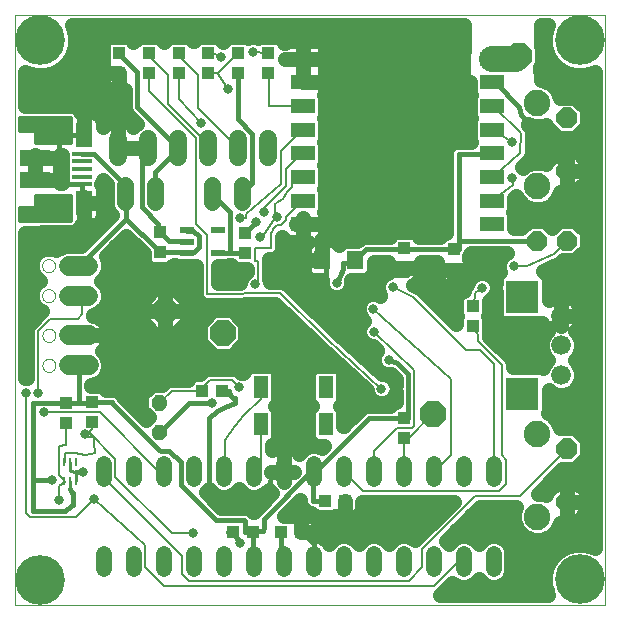
<source format=gbl>
G75*
%MOIN*%
%OFA0B0*%
%FSLAX24Y24*%
%IPPOS*%
%LPD*%
%AMOC8*
5,1,8,0,0,1.08239X$1,22.5*
%
%ADD10C,0.0000*%
%ADD11R,0.0551X0.0630*%
%ADD12R,0.0394X0.0433*%
%ADD13R,0.0433X0.0394*%
%ADD14R,0.0787X0.0512*%
%ADD15OC8,0.0850*%
%ADD16R,0.0472X0.0217*%
%ADD17C,0.0520*%
%ADD18R,0.0512X0.0748*%
%ADD19R,0.0112X0.0276*%
%ADD20R,0.0673X0.0157*%
%ADD21R,0.0575X0.0787*%
%ADD22R,0.0984X0.0541*%
%ADD23C,0.0160*%
%ADD24C,0.0560*%
%ADD25C,0.0104*%
%ADD26OC8,0.0660*%
%ADD27OC8,0.0700*%
%ADD28C,0.0885*%
%ADD29C,0.0660*%
%ADD30R,0.1102X0.1102*%
%ADD31C,0.0600*%
%ADD32C,0.0650*%
%ADD33C,0.0317*%
%ADD34C,0.0100*%
%ADD35C,0.0500*%
%ADD36C,0.0110*%
%ADD37C,0.0080*%
%ADD38C,0.0860*%
%ADD39C,0.1660*%
D10*
X000350Y000350D02*
X000350Y020035D01*
X020035Y020035D01*
X020035Y000350D01*
X000350Y000350D01*
X001267Y008344D02*
X001269Y008373D01*
X001275Y008401D01*
X001284Y008429D01*
X001297Y008455D01*
X001314Y008478D01*
X001333Y008500D01*
X001355Y008519D01*
X001380Y008534D01*
X001406Y008547D01*
X001434Y008555D01*
X001462Y008560D01*
X001491Y008561D01*
X001520Y008558D01*
X001548Y008551D01*
X001575Y008541D01*
X001601Y008527D01*
X001624Y008510D01*
X001645Y008490D01*
X001663Y008467D01*
X001678Y008442D01*
X001689Y008415D01*
X001697Y008387D01*
X001701Y008358D01*
X001701Y008330D01*
X001697Y008301D01*
X001689Y008273D01*
X001678Y008246D01*
X001663Y008221D01*
X001645Y008198D01*
X001624Y008178D01*
X001601Y008161D01*
X001575Y008147D01*
X001548Y008137D01*
X001520Y008130D01*
X001491Y008127D01*
X001462Y008128D01*
X001434Y008133D01*
X001406Y008141D01*
X001380Y008154D01*
X001355Y008169D01*
X001333Y008188D01*
X001314Y008210D01*
X001297Y008233D01*
X001284Y008259D01*
X001275Y008287D01*
X001269Y008315D01*
X001267Y008344D01*
X001267Y009344D02*
X001269Y009373D01*
X001275Y009401D01*
X001284Y009429D01*
X001297Y009455D01*
X001314Y009478D01*
X001333Y009500D01*
X001355Y009519D01*
X001380Y009534D01*
X001406Y009547D01*
X001434Y009555D01*
X001462Y009560D01*
X001491Y009561D01*
X001520Y009558D01*
X001548Y009551D01*
X001575Y009541D01*
X001601Y009527D01*
X001624Y009510D01*
X001645Y009490D01*
X001663Y009467D01*
X001678Y009442D01*
X001689Y009415D01*
X001697Y009387D01*
X001701Y009358D01*
X001701Y009330D01*
X001697Y009301D01*
X001689Y009273D01*
X001678Y009246D01*
X001663Y009221D01*
X001645Y009198D01*
X001624Y009178D01*
X001601Y009161D01*
X001575Y009147D01*
X001548Y009137D01*
X001520Y009130D01*
X001491Y009127D01*
X001462Y009128D01*
X001434Y009133D01*
X001406Y009141D01*
X001380Y009154D01*
X001355Y009169D01*
X001333Y009188D01*
X001314Y009210D01*
X001297Y009233D01*
X001284Y009259D01*
X001275Y009287D01*
X001269Y009315D01*
X001267Y009344D01*
X001259Y010670D02*
X001261Y010699D01*
X001267Y010727D01*
X001276Y010755D01*
X001289Y010781D01*
X001306Y010804D01*
X001325Y010826D01*
X001347Y010845D01*
X001372Y010860D01*
X001398Y010873D01*
X001426Y010881D01*
X001454Y010886D01*
X001483Y010887D01*
X001512Y010884D01*
X001540Y010877D01*
X001567Y010867D01*
X001593Y010853D01*
X001616Y010836D01*
X001637Y010816D01*
X001655Y010793D01*
X001670Y010768D01*
X001681Y010741D01*
X001689Y010713D01*
X001693Y010684D01*
X001693Y010656D01*
X001689Y010627D01*
X001681Y010599D01*
X001670Y010572D01*
X001655Y010547D01*
X001637Y010524D01*
X001616Y010504D01*
X001593Y010487D01*
X001567Y010473D01*
X001540Y010463D01*
X001512Y010456D01*
X001483Y010453D01*
X001454Y010454D01*
X001426Y010459D01*
X001398Y010467D01*
X001372Y010480D01*
X001347Y010495D01*
X001325Y010514D01*
X001306Y010536D01*
X001289Y010559D01*
X001276Y010585D01*
X001267Y010613D01*
X001261Y010641D01*
X001259Y010670D01*
X001259Y011670D02*
X001261Y011699D01*
X001267Y011727D01*
X001276Y011755D01*
X001289Y011781D01*
X001306Y011804D01*
X001325Y011826D01*
X001347Y011845D01*
X001372Y011860D01*
X001398Y011873D01*
X001426Y011881D01*
X001454Y011886D01*
X001483Y011887D01*
X001512Y011884D01*
X001540Y011877D01*
X001567Y011867D01*
X001593Y011853D01*
X001616Y011836D01*
X001637Y011816D01*
X001655Y011793D01*
X001670Y011768D01*
X001681Y011741D01*
X001689Y011713D01*
X001693Y011684D01*
X001693Y011656D01*
X001689Y011627D01*
X001681Y011599D01*
X001670Y011572D01*
X001655Y011547D01*
X001637Y011524D01*
X001616Y011504D01*
X001593Y011487D01*
X001567Y011473D01*
X001540Y011463D01*
X001512Y011456D01*
X001483Y011453D01*
X001454Y011454D01*
X001426Y011459D01*
X001398Y011467D01*
X001372Y011480D01*
X001347Y011495D01*
X001325Y011514D01*
X001306Y011536D01*
X001289Y011559D01*
X001276Y011585D01*
X001267Y011613D01*
X001261Y011641D01*
X001259Y011670D01*
D11*
X010602Y011851D03*
X011705Y011851D03*
D12*
X013332Y011590D03*
X013332Y012259D03*
X014980Y012209D03*
X014980Y011540D03*
X008032Y012093D03*
X008032Y012762D03*
X005179Y012786D03*
X005179Y012117D03*
X006605Y007505D03*
X007274Y007505D03*
X006789Y018089D03*
X006789Y018758D03*
X003814Y018758D03*
X003814Y018089D03*
D13*
X004812Y018089D03*
X004812Y018758D03*
X005812Y018758D03*
X005812Y018089D03*
X007787Y018089D03*
X007787Y018758D03*
X008807Y018758D03*
X008807Y018089D03*
X015613Y010319D03*
X015613Y009650D03*
X013327Y006585D03*
X013327Y005916D03*
X011372Y003824D03*
X010703Y003824D03*
X009905Y002795D03*
X009236Y002795D03*
X008277Y002805D03*
X007608Y002805D03*
X002910Y006453D03*
X002910Y007122D03*
X002049Y007097D03*
X002049Y006428D03*
D14*
X009959Y013051D03*
X009959Y013838D03*
X009959Y014626D03*
X009959Y015413D03*
X009959Y016201D03*
X009959Y016988D03*
X009959Y017775D03*
X009959Y018563D03*
X016259Y018563D03*
X016259Y017775D03*
X016259Y016988D03*
X016259Y016201D03*
X016259Y015413D03*
X016259Y014626D03*
X016259Y013838D03*
X016259Y013051D03*
D15*
X017168Y018666D03*
X005350Y010143D03*
X007280Y009422D03*
X014277Y006729D03*
D16*
X007119Y012096D03*
X007119Y012844D03*
X006095Y012844D03*
X006095Y012470D03*
X006095Y012096D03*
D17*
X006317Y005065D02*
X006317Y004545D01*
X005317Y004545D02*
X005317Y005065D01*
X004317Y005065D02*
X004317Y004545D01*
X003317Y004545D02*
X003317Y005065D01*
X007317Y005065D02*
X007317Y004545D01*
X008317Y004545D02*
X008317Y005065D01*
X009317Y005065D02*
X009317Y004545D01*
X010317Y004545D02*
X010317Y005065D01*
X011317Y005065D02*
X011317Y004545D01*
X012317Y004545D02*
X012317Y005065D01*
X013317Y005065D02*
X013317Y004545D01*
X014317Y004545D02*
X014317Y005065D01*
X015317Y005065D02*
X015317Y004545D01*
X016317Y004545D02*
X016317Y005065D01*
X016317Y002065D02*
X016317Y001545D01*
X015317Y001545D02*
X015317Y002065D01*
X014317Y002065D02*
X014317Y001545D01*
X013317Y001545D02*
X013317Y002065D01*
X012317Y002065D02*
X012317Y001545D01*
X011317Y001545D02*
X011317Y002065D01*
X010317Y002065D02*
X010317Y001545D01*
X009317Y001545D02*
X009317Y002065D01*
X008317Y002065D02*
X008317Y001545D01*
X007317Y001545D02*
X007317Y002065D01*
X006317Y002065D02*
X006317Y001545D01*
X005317Y001545D02*
X005317Y002065D01*
X004317Y002065D02*
X004317Y001545D01*
X003317Y001545D02*
X003317Y002065D01*
D18*
X008549Y006375D03*
X008549Y007635D03*
X010714Y007635D03*
X010714Y006375D03*
D19*
X002401Y005134D03*
X002204Y005134D03*
X002007Y005134D03*
X002007Y004484D03*
X002204Y004484D03*
X002401Y004484D03*
D20*
X002598Y014382D03*
X002598Y014638D03*
X002598Y014894D03*
X002598Y015150D03*
X002598Y015406D03*
D21*
X002649Y016036D03*
X002649Y013752D03*
D22*
X001011Y014525D03*
X001011Y015263D03*
D23*
X001011Y014525D01*
X000941Y014468D01*
X000925Y014468D02*
X001011Y014525D01*
X001185Y015059D02*
X001011Y015263D01*
X001011Y015297D01*
X001800Y015297D01*
X001828Y015297D01*
X001828Y016036D01*
X002649Y016036D01*
X002642Y016036D01*
X002649Y016036D02*
X002649Y016091D01*
X002179Y016042D02*
X001069Y016042D01*
X001069Y016200D02*
X002179Y016200D01*
X002179Y016359D02*
X000538Y016359D01*
X000538Y016517D02*
X002179Y016517D01*
X002179Y016596D02*
X001167Y016596D01*
X001169Y016595D01*
X000539Y016595D01*
X000537Y016200D01*
X001069Y016200D01*
X001069Y015779D01*
X002179Y015779D01*
X002179Y016596D01*
X002179Y015883D02*
X001069Y015883D01*
X001800Y015297D02*
X001800Y014382D01*
X002598Y014382D01*
X002602Y014381D01*
X002602Y013807D01*
X002649Y013759D01*
X002649Y013752D01*
X002179Y013823D02*
X001069Y013823D01*
X001069Y013981D02*
X002179Y013981D01*
X002179Y014002D02*
X001069Y014002D01*
X001069Y013581D01*
X000537Y013581D01*
X000535Y013184D01*
X001165Y013184D01*
X001167Y013185D01*
X002179Y013185D01*
X002179Y014002D01*
X002179Y013664D02*
X001069Y013664D01*
X000537Y013506D02*
X002179Y013506D01*
X002179Y013347D02*
X000536Y013347D01*
X000535Y013189D02*
X002179Y013189D01*
X002484Y011673D02*
X004011Y013200D01*
X004074Y013240D01*
X004074Y014004D01*
X004021Y014070D01*
X004019Y014074D01*
X004019Y014374D01*
X002988Y015405D01*
X002602Y015405D01*
X002598Y015406D01*
X001185Y015059D02*
X001011Y015146D01*
X004074Y013240D02*
X005130Y012185D01*
X005179Y012117D01*
X005185Y012114D01*
X006074Y012114D01*
X006090Y012098D01*
X006095Y012096D01*
X006169Y012130D01*
X006326Y012130D01*
X006492Y012295D01*
X006492Y012649D01*
X006303Y012838D01*
X006098Y012838D01*
X006095Y012844D01*
X006090Y012476D02*
X006095Y012470D01*
X006090Y012476D02*
X005492Y012476D01*
X005185Y012783D01*
X005179Y012786D01*
X005130Y012854D01*
X005130Y013059D01*
X004578Y013610D01*
X004578Y015366D01*
X004799Y015586D01*
X004804Y015589D01*
X005027Y014775D02*
X005767Y015515D01*
X005804Y015589D01*
X005799Y015594D01*
X004429Y016964D01*
X004429Y018114D01*
X003815Y018728D01*
X003815Y018752D01*
X003814Y018758D01*
X007787Y018089D02*
X007791Y018082D01*
X007791Y016555D01*
X008271Y016074D01*
X008271Y014421D01*
X007917Y014067D01*
X007916Y014063D01*
X007515Y013460D02*
X006917Y014059D01*
X006916Y014063D01*
X007515Y013460D02*
X007515Y012098D01*
X008027Y012098D01*
X008032Y012093D01*
X007515Y012098D02*
X007122Y012098D01*
X007119Y012096D01*
X007466Y011591D02*
X008158Y011591D01*
X006508Y010536D02*
X005956Y010019D01*
X005902Y009965D01*
X007690Y008189D01*
X007475Y007499D02*
X007279Y007500D01*
X007274Y007505D01*
X007475Y007499D02*
X007529Y007352D01*
X007608Y007274D01*
X007695Y007241D01*
X007697Y007091D01*
X007343Y006967D01*
X007106Y006812D01*
X006818Y006606D01*
X006818Y004575D01*
X006833Y004575D01*
X006833Y003923D01*
X008720Y003923D01*
X008720Y003849D01*
X008843Y004497D01*
X008959Y004805D01*
X009317Y004805D01*
X010200Y004775D02*
X010317Y004805D01*
X010397Y004830D01*
X012153Y006586D01*
X013326Y006586D01*
X013327Y006585D01*
X013405Y006586D01*
X013460Y006586D01*
X013460Y008051D01*
X013098Y008413D01*
X012816Y008534D01*
X011579Y010615D02*
X010722Y010618D01*
X010722Y011232D01*
X010719Y011275D01*
X010720Y011728D01*
X010720Y011815D01*
X010602Y011851D01*
X010649Y011925D01*
X010653Y011929D01*
X010689Y011893D01*
X010653Y011929D02*
X010633Y011948D01*
X010602Y011866D02*
X010602Y011851D01*
X011291Y011767D02*
X011291Y011554D01*
X011084Y011098D01*
X011579Y011374D02*
X011579Y010615D01*
X011579Y011374D02*
X013429Y011374D01*
X013563Y011507D01*
X014862Y011507D01*
X014980Y011540D01*
X016492Y011540D01*
X016492Y009772D01*
X018568Y009772D01*
X018568Y009996D01*
X015147Y012209D02*
X015147Y012500D01*
X017759Y012500D01*
X017763Y012502D01*
X015147Y012500D02*
X015147Y015395D01*
X016259Y015395D01*
X016259Y015413D01*
X017496Y016303D02*
X017496Y016397D01*
X017226Y016677D01*
X017169Y016956D01*
X016381Y017744D01*
X016342Y017744D01*
X016259Y017775D01*
X016263Y017775D01*
X017496Y016303D02*
X018752Y014815D01*
X018753Y014814D01*
X015147Y012209D02*
X014980Y012209D01*
X014901Y012208D01*
X013405Y012208D01*
X013332Y012259D01*
X013263Y012216D01*
X012074Y012216D01*
X011767Y011909D01*
X011705Y011851D01*
X011626Y011822D01*
X011570Y011767D01*
X011291Y011767D01*
X009964Y013051D02*
X009959Y013051D01*
X009901Y012996D01*
X009959Y013051D01*
X009964Y013051D01*
X009959Y013051D01*
X008381Y013114D02*
X008035Y012767D01*
X008032Y012762D01*
X005027Y014074D02*
X005027Y014775D01*
X005027Y014074D02*
X005021Y014070D01*
X002484Y011673D02*
X002476Y011670D01*
X002484Y008344D02*
X002484Y008342D01*
X002484Y007098D01*
X002051Y007098D01*
X000945Y007098D01*
X000947Y004516D01*
X001596Y004516D01*
X001595Y004511D01*
X002204Y004229D02*
X002254Y004083D01*
X002300Y004083D01*
X002302Y003677D01*
X002214Y003649D01*
X002032Y003506D01*
X001781Y003506D01*
X000947Y003494D01*
X000947Y004516D01*
X002399Y004806D02*
X002452Y004807D01*
X002610Y004807D01*
X003626Y007043D02*
X005145Y005523D01*
X005224Y005492D01*
X005507Y005492D01*
X005878Y005122D01*
X005878Y004374D01*
X007067Y003185D01*
X007996Y003185D01*
X008019Y003161D01*
X008019Y002815D01*
X008027Y002807D01*
X008193Y002807D01*
X008277Y002805D01*
X008358Y002830D01*
X008626Y002830D01*
X008657Y002909D01*
X008657Y003232D01*
X010200Y004775D01*
X010279Y004767D02*
X010279Y003830D01*
X010703Y003830D01*
X010703Y003824D01*
X011372Y003824D02*
X011377Y003556D01*
X011377Y003322D01*
X009895Y003322D01*
X009279Y003322D01*
X009895Y003322D02*
X009893Y002931D01*
X009905Y002795D01*
X009909Y002791D01*
X010311Y002389D01*
X010311Y001807D01*
X010317Y001805D01*
X009317Y001805D02*
X009311Y001807D01*
X009240Y001878D01*
X009240Y002791D01*
X009236Y002795D01*
X008279Y002799D02*
X008277Y002805D01*
X008279Y002799D02*
X008279Y001838D01*
X008311Y001807D01*
X008317Y001805D01*
X007842Y002408D02*
X007649Y002736D01*
X007608Y002805D01*
X007602Y002799D01*
X007452Y002799D01*
X010279Y004767D02*
X010311Y004799D01*
X010317Y004805D01*
X006929Y007082D02*
X006161Y007082D01*
X005200Y006122D01*
X005153Y006116D01*
X003626Y007043D02*
X003594Y007122D01*
X002996Y007122D01*
X002910Y007122D01*
X002909Y007122D01*
X002885Y007098D01*
X002484Y007098D01*
X002051Y007098D02*
X002049Y007097D01*
X014936Y011540D02*
X014936Y011565D01*
D24*
X007916Y013783D02*
X007916Y014343D01*
X006916Y014343D02*
X006916Y013783D01*
X005021Y013790D02*
X005021Y014350D01*
X004021Y014350D02*
X004021Y013790D01*
D25*
X004998Y007072D02*
X004946Y007020D01*
X004946Y007192D01*
X005067Y007313D01*
X005239Y007313D01*
X005360Y007192D01*
X005360Y007020D01*
X005239Y006899D01*
X005067Y006899D01*
X004946Y007020D01*
X005024Y007052D01*
X005024Y007160D01*
X005099Y007235D01*
X005207Y007235D01*
X005282Y007160D01*
X005282Y007052D01*
X005207Y006977D01*
X005099Y006977D01*
X005024Y007052D01*
X005102Y007085D01*
X005102Y007127D01*
X005132Y007157D01*
X005174Y007157D01*
X005204Y007127D01*
X005204Y007085D01*
X005174Y007055D01*
X005132Y007055D01*
X005102Y007085D01*
X004998Y006082D02*
X004946Y006030D01*
X004946Y006202D01*
X005067Y006323D01*
X005239Y006323D01*
X005360Y006202D01*
X005360Y006030D01*
X005239Y005909D01*
X005067Y005909D01*
X004946Y006030D01*
X005024Y006062D01*
X005024Y006170D01*
X005099Y006245D01*
X005207Y006245D01*
X005282Y006170D01*
X005282Y006062D01*
X005207Y005987D01*
X005099Y005987D01*
X005024Y006062D01*
X005102Y006095D01*
X005102Y006137D01*
X005132Y006167D01*
X005174Y006167D01*
X005204Y006137D01*
X005204Y006095D01*
X005174Y006065D01*
X005132Y006065D01*
X005102Y006095D01*
D26*
X017763Y012502D03*
X018763Y012502D03*
D27*
X018753Y014814D03*
X018753Y016594D03*
X018753Y005571D03*
X018753Y003791D03*
D28*
X017773Y003301D03*
X017773Y006061D03*
X017773Y014324D03*
X017773Y017084D03*
D29*
X018568Y009996D03*
X018568Y009011D03*
X018568Y008027D03*
D30*
X017268Y007397D03*
X017268Y010626D03*
D31*
X008804Y015289D02*
X008804Y015889D01*
X007804Y015889D02*
X007804Y015289D01*
X006804Y015289D02*
X006804Y015889D01*
X005804Y015889D02*
X005804Y015289D01*
X004804Y015289D02*
X004804Y015889D01*
X003804Y015889D02*
X003804Y015289D01*
D32*
X002801Y011670D02*
X002151Y011670D01*
X002151Y010670D02*
X002801Y010670D01*
X002809Y009344D02*
X002160Y009344D01*
X002160Y008344D02*
X002809Y008344D01*
D33*
X001122Y007437D03*
X000720Y007437D03*
X001329Y006778D03*
X002684Y006056D03*
X002610Y004807D03*
X001595Y004511D03*
X001834Y003842D03*
X002988Y003881D03*
X006286Y002741D03*
X007842Y002408D03*
X009279Y003322D03*
X008720Y003849D03*
X006929Y007082D03*
X007818Y007611D03*
X006508Y010536D03*
X007466Y011591D03*
X008158Y011591D03*
X008358Y011060D03*
X008538Y012625D03*
X008381Y013114D03*
X008673Y013445D03*
X009101Y013299D03*
X007845Y013263D03*
X011084Y011098D03*
X012297Y010239D03*
X012941Y010955D03*
X012326Y009468D03*
X012816Y008534D03*
X012573Y007573D03*
X015921Y010932D03*
X016975Y011646D03*
X016926Y014596D03*
X016918Y015799D03*
X008304Y018805D03*
X007214Y018608D03*
X007472Y017573D03*
X006543Y016434D03*
D34*
X002204Y004484D02*
X002203Y004464D01*
X002204Y004229D01*
D35*
X004726Y006523D02*
X003975Y007273D01*
X003974Y007276D01*
X003944Y007350D01*
X003943Y007352D01*
X003942Y007354D01*
X003886Y007410D01*
X003831Y007466D01*
X003828Y007467D01*
X003826Y007469D01*
X003753Y007499D01*
X003681Y007531D01*
X003678Y007531D01*
X003676Y007532D01*
X003597Y007532D01*
X003518Y007533D01*
X003515Y007532D01*
X003381Y007532D01*
X003314Y007599D01*
X003192Y007649D01*
X002894Y007649D01*
X002894Y007689D01*
X002939Y007689D01*
X003180Y007789D01*
X003364Y007973D01*
X003464Y008214D01*
X003464Y008474D01*
X003364Y008715D01*
X003249Y008831D01*
X003255Y008836D01*
X003318Y008898D01*
X003372Y008968D01*
X003416Y009045D01*
X003450Y009127D01*
X003472Y009212D01*
X003484Y009300D01*
X003484Y009344D01*
X003484Y009388D01*
X003472Y009476D01*
X003450Y009561D01*
X003416Y009643D01*
X003372Y009720D01*
X003318Y009790D01*
X003255Y009852D01*
X003185Y009906D01*
X003108Y009950D01*
X003027Y009984D01*
X002956Y010003D01*
X002956Y010026D01*
X003172Y010115D01*
X003356Y010299D01*
X003456Y010540D01*
X003456Y010801D01*
X003356Y011041D01*
X003227Y011170D01*
X003356Y011299D01*
X003456Y011540D01*
X003456Y011801D01*
X003378Y011988D01*
X004063Y012672D01*
X004653Y012082D01*
X004653Y011835D01*
X004703Y011713D01*
X004796Y011621D01*
X004917Y011570D01*
X005442Y011570D01*
X005563Y011621D01*
X005647Y011704D01*
X005683Y011704D01*
X005793Y011658D01*
X006389Y011658D01*
X006389Y010791D01*
X006388Y010789D01*
X006389Y010718D01*
X006389Y010646D01*
X006390Y010644D01*
X006390Y010641D01*
X006419Y010576D01*
X006446Y010510D01*
X006448Y010509D01*
X006449Y010506D01*
X006500Y010457D01*
X006550Y010406D01*
X006552Y010405D01*
X006554Y010404D01*
X006620Y010377D01*
X006686Y010350D01*
X006688Y010350D01*
X006691Y010349D01*
X006762Y010350D01*
X006833Y010350D01*
X006835Y010351D01*
X009038Y010381D01*
X010460Y009016D01*
X010462Y009013D01*
X010513Y008965D01*
X010564Y008917D01*
X010567Y008916D01*
X012085Y007520D01*
X012085Y007476D01*
X012159Y007297D01*
X012297Y007159D01*
X012476Y007085D01*
X012671Y007085D01*
X012850Y007159D01*
X012987Y007297D01*
X013050Y007448D01*
X013050Y007112D01*
X013045Y007112D01*
X012924Y007062D01*
X012858Y006996D01*
X012072Y006996D01*
X011921Y006934D01*
X011300Y006313D01*
X011300Y006815D01*
X011250Y006936D01*
X011181Y007005D01*
X011250Y007074D01*
X011300Y007195D01*
X011300Y008074D01*
X011250Y008196D01*
X011157Y008289D01*
X011036Y008339D01*
X010393Y008339D01*
X010271Y008289D01*
X010178Y008196D01*
X010128Y008074D01*
X010128Y007195D01*
X010178Y007074D01*
X010247Y007005D01*
X010178Y006936D01*
X010128Y006815D01*
X010128Y005935D01*
X010178Y005814D01*
X010271Y005721D01*
X010393Y005671D01*
X010658Y005671D01*
X010582Y005594D01*
X010435Y005655D01*
X010200Y005655D01*
X009983Y005565D01*
X009824Y005406D01*
X009783Y005463D01*
X009715Y005531D01*
X009637Y005587D01*
X009551Y005631D01*
X009460Y005660D01*
X009365Y005675D01*
X009317Y005675D01*
X009269Y005675D01*
X009174Y005660D01*
X009083Y005631D01*
X008998Y005587D01*
X008920Y005531D01*
X008917Y005527D01*
X008917Y005690D01*
X008992Y005721D01*
X009084Y005814D01*
X009135Y005935D01*
X009135Y006815D01*
X009084Y006936D01*
X009015Y007005D01*
X009084Y007074D01*
X009135Y007195D01*
X009135Y008074D01*
X009084Y008196D01*
X008992Y008289D01*
X008870Y008339D01*
X008227Y008339D01*
X008106Y008289D01*
X008013Y008196D01*
X007965Y008079D01*
X007915Y008099D01*
X007888Y008099D01*
X007873Y008114D01*
X007834Y008159D01*
X007822Y008165D01*
X007812Y008175D01*
X007756Y008198D01*
X007703Y008225D01*
X007689Y008226D01*
X007676Y008232D01*
X007616Y008232D01*
X007556Y008236D01*
X007543Y008232D01*
X006788Y008232D01*
X006652Y008175D01*
X006528Y008051D01*
X006343Y008051D01*
X006221Y008001D01*
X006129Y007908D01*
X006113Y007870D01*
X005513Y007870D01*
X005377Y007813D01*
X005259Y007696D01*
X004909Y007696D01*
X004563Y007350D01*
X004563Y006862D01*
X004814Y006611D01*
X004726Y006523D01*
X004594Y006831D02*
X004418Y006831D01*
X004563Y007329D02*
X003953Y007329D01*
X003219Y007828D02*
X005411Y007828D01*
X006525Y009109D02*
X006967Y008667D01*
X007593Y008667D01*
X008035Y009109D01*
X008035Y009735D01*
X007593Y010177D01*
X006967Y010177D01*
X006525Y009735D01*
X006525Y009109D01*
X006525Y009323D02*
X003484Y009323D01*
X003484Y009344D02*
X002484Y009344D01*
X003484Y009344D01*
X003255Y008825D02*
X006810Y008825D01*
X007750Y008825D02*
X010666Y008825D01*
X010141Y009323D02*
X008035Y009323D01*
X007948Y009822D02*
X009621Y009822D01*
X009101Y010320D02*
X006125Y010320D01*
X006125Y010464D02*
X006125Y010143D01*
X005350Y010143D01*
X005350Y010143D01*
X005350Y009368D01*
X005671Y009368D01*
X006125Y009822D01*
X006125Y010143D01*
X005350Y010143D01*
X005350Y010143D01*
X005350Y009368D01*
X005029Y009368D01*
X004575Y009822D01*
X004575Y010143D01*
X005350Y010143D01*
X005350Y010143D01*
X005350Y010918D01*
X005671Y010918D01*
X006125Y010464D01*
X006389Y010819D02*
X005770Y010819D01*
X005350Y010819D02*
X005350Y010819D01*
X005350Y010918D02*
X005029Y010918D01*
X004575Y010464D01*
X004575Y010143D01*
X005350Y010143D01*
X005350Y010143D01*
X005350Y010918D01*
X004929Y010819D02*
X003448Y010819D01*
X003363Y011317D02*
X006389Y011317D01*
X007129Y011317D02*
X007936Y011317D01*
X007944Y011337D02*
X007870Y011157D01*
X007870Y011105D01*
X007129Y011095D01*
X007129Y011658D01*
X007421Y011658D01*
X007494Y011688D01*
X007556Y011688D01*
X007648Y011596D01*
X007769Y011546D01*
X008084Y011546D01*
X008084Y011475D01*
X008082Y011474D01*
X007944Y011337D01*
X008824Y011317D02*
X010052Y011317D01*
X010055Y011313D02*
X010103Y011264D01*
X010161Y011226D01*
X010224Y011199D01*
X010292Y011186D01*
X010595Y011186D01*
X010595Y011001D01*
X010670Y010822D01*
X010807Y010684D01*
X010986Y010610D01*
X011181Y010610D01*
X011360Y010684D01*
X011498Y010822D01*
X011572Y011001D01*
X011572Y011181D01*
X011583Y011206D01*
X012046Y011206D01*
X012167Y011256D01*
X012260Y011349D01*
X012310Y011470D01*
X012310Y011806D01*
X012786Y011806D01*
X012786Y011590D01*
X013332Y011590D01*
X013332Y011590D01*
X012786Y011590D01*
X012786Y011420D01*
X012665Y011370D01*
X012527Y011232D01*
X012453Y011053D01*
X012453Y010858D01*
X012527Y010679D01*
X012538Y010668D01*
X012394Y010728D01*
X012200Y010728D01*
X012021Y010653D01*
X011883Y010516D01*
X011809Y010336D01*
X011809Y010142D01*
X011883Y009963D01*
X012007Y009839D01*
X011912Y009745D01*
X011838Y009565D01*
X011838Y009371D01*
X011912Y009191D01*
X012050Y009054D01*
X012229Y008980D01*
X012302Y008980D01*
X012440Y008848D01*
X012402Y008810D01*
X012328Y008631D01*
X012328Y008436D01*
X012402Y008257D01*
X012540Y008119D01*
X012719Y008045D01*
X012886Y008045D01*
X013050Y007881D01*
X013050Y007698D01*
X012987Y007850D01*
X012850Y007987D01*
X012671Y008062D01*
X012589Y008062D01*
X011020Y009505D01*
X009442Y011019D01*
X009390Y011069D01*
X009389Y011070D01*
X009388Y011071D01*
X009320Y011097D01*
X009253Y011124D01*
X009252Y011124D01*
X009251Y011124D01*
X009178Y011123D01*
X008847Y011118D01*
X008847Y011157D01*
X008824Y011212D01*
X008824Y011882D01*
X008820Y011891D01*
X008882Y011891D01*
X008955Y011891D01*
X008956Y011891D01*
X008957Y011891D01*
X009024Y011919D01*
X009091Y011946D01*
X009092Y011947D01*
X009093Y011947D01*
X009144Y011999D01*
X009196Y012050D01*
X009196Y012051D01*
X009197Y012051D01*
X009224Y012119D01*
X009253Y012186D01*
X009253Y012187D01*
X009253Y012260D01*
X009253Y012333D01*
X009253Y012334D01*
X009253Y012604D01*
X009265Y012615D01*
X009294Y012572D01*
X009343Y012523D01*
X009400Y012485D01*
X009464Y012458D01*
X009531Y012445D01*
X009959Y012445D01*
X009959Y013051D01*
X009727Y013051D01*
X009727Y013051D01*
X009959Y013051D01*
X009959Y013051D01*
X009959Y013252D01*
X009959Y013252D01*
X009959Y013051D01*
X009959Y013051D01*
X009959Y013051D01*
X009959Y012445D01*
X010114Y012445D01*
X010103Y012438D01*
X010055Y012389D01*
X010016Y012332D01*
X009990Y012268D01*
X009977Y012200D01*
X009977Y011851D01*
X010602Y011851D01*
X010602Y012516D01*
X010565Y012516D01*
X010576Y012523D01*
X010625Y012572D01*
X010663Y012629D01*
X010690Y012693D01*
X010703Y012761D01*
X010703Y013051D01*
X010703Y013341D01*
X010690Y013409D01*
X010664Y013471D01*
X010683Y013517D01*
X010683Y014160D01*
X010653Y014232D01*
X010683Y014304D01*
X010683Y014947D01*
X010653Y015019D01*
X010683Y015092D01*
X010683Y015735D01*
X010653Y015807D01*
X010683Y015879D01*
X010683Y016522D01*
X010653Y016594D01*
X010683Y016666D01*
X010683Y017309D01*
X010664Y017355D01*
X010690Y017417D01*
X010703Y017485D01*
X010703Y017775D01*
X009959Y017775D01*
X009959Y018563D01*
X009353Y018563D01*
X009353Y018563D01*
X009959Y018563D01*
X009959Y018563D01*
X009959Y019169D01*
X009531Y019169D01*
X009464Y019155D01*
X009400Y019129D01*
X009343Y019090D01*
X009330Y019077D01*
X009303Y019142D01*
X009210Y019235D01*
X009089Y019285D01*
X008524Y019285D01*
X008473Y019264D01*
X008401Y019294D01*
X008207Y019294D01*
X008127Y019261D01*
X008069Y019285D01*
X007504Y019285D01*
X007383Y019235D01*
X007290Y019142D01*
X007282Y019122D01*
X007265Y019162D01*
X007172Y019255D01*
X007051Y019305D01*
X006526Y019305D01*
X006405Y019255D01*
X006312Y019162D01*
X006305Y019145D01*
X006216Y019235D01*
X006094Y019285D01*
X005530Y019285D01*
X005409Y019235D01*
X005316Y019142D01*
X005312Y019133D01*
X005308Y019142D01*
X005215Y019235D01*
X005094Y019285D01*
X004530Y019285D01*
X004408Y019235D01*
X004315Y019142D01*
X004307Y019122D01*
X004290Y019162D01*
X004198Y019255D01*
X004076Y019305D01*
X003551Y019305D01*
X003430Y019255D01*
X003337Y019162D01*
X003287Y019040D01*
X003287Y018476D01*
X003298Y018450D01*
X003280Y018408D01*
X003267Y018340D01*
X003267Y018089D01*
X003267Y017838D01*
X003280Y017770D01*
X003307Y017707D01*
X003345Y017649D01*
X003394Y017601D01*
X003451Y017562D01*
X003515Y017536D01*
X003582Y017522D01*
X003814Y017522D01*
X004019Y017522D01*
X004019Y016883D01*
X004081Y016732D01*
X004408Y016405D01*
X004374Y016379D01*
X004314Y016319D01*
X004304Y016305D01*
X004294Y016319D01*
X004233Y016379D01*
X004166Y016431D01*
X004092Y016473D01*
X004013Y016506D01*
X003931Y016528D01*
X003847Y016539D01*
X003804Y016539D01*
X003804Y015589D01*
X003804Y015589D01*
X004154Y015589D01*
X004804Y015589D01*
X004804Y015589D01*
X003804Y015589D01*
X003804Y015589D01*
X003804Y016539D01*
X003761Y016539D01*
X003677Y016528D01*
X003595Y016506D01*
X003516Y016473D01*
X003442Y016431D01*
X003374Y016379D01*
X003314Y016319D01*
X003287Y016283D01*
X003287Y016464D01*
X003273Y016532D01*
X003247Y016595D01*
X003208Y016653D01*
X003160Y016701D01*
X003102Y016740D01*
X003039Y016766D01*
X002971Y016779D01*
X002649Y016779D01*
X002546Y016779D01*
X002526Y016828D01*
X002411Y016943D01*
X002260Y017006D01*
X001188Y017006D01*
X001129Y017012D01*
X001108Y017006D01*
X001085Y017006D01*
X001083Y017005D01*
X000700Y017005D01*
X000700Y018125D01*
X000753Y018094D01*
X001048Y018015D01*
X001353Y018015D01*
X001648Y018094D01*
X001913Y018247D01*
X002129Y018463D01*
X002282Y018727D01*
X002361Y019022D01*
X002361Y019328D01*
X002282Y019623D01*
X002246Y019685D01*
X015309Y019685D01*
X015300Y017776D01*
X015515Y017775D01*
X015515Y017485D01*
X015528Y017417D01*
X015554Y017355D01*
X015535Y017309D01*
X015535Y016666D01*
X015565Y016594D01*
X015535Y016522D01*
X015535Y015879D01*
X015565Y015807D01*
X015564Y015805D01*
X015065Y015805D01*
X014915Y015742D01*
X014799Y015627D01*
X014737Y015476D01*
X014737Y012756D01*
X014717Y012756D01*
X014596Y012705D01*
X014509Y012618D01*
X013827Y012618D01*
X013809Y012662D01*
X013716Y012755D01*
X013595Y012805D01*
X013070Y012805D01*
X012949Y012755D01*
X012856Y012662D01*
X012841Y012626D01*
X011993Y012626D01*
X011842Y012564D01*
X011774Y012496D01*
X011363Y012496D01*
X011242Y012446D01*
X011164Y012368D01*
X011150Y012389D01*
X011101Y012438D01*
X011044Y012476D01*
X010980Y012502D01*
X010912Y012516D01*
X010602Y012516D01*
X010602Y011851D01*
X010602Y011851D01*
X010602Y011851D01*
X009977Y011851D01*
X009977Y011501D01*
X009990Y011434D01*
X010016Y011370D01*
X010055Y011313D01*
X009977Y011816D02*
X008824Y011816D01*
X009253Y012186D02*
X009253Y012186D01*
X009253Y012314D02*
X010009Y012314D01*
X009959Y012813D02*
X009959Y012813D01*
X009959Y013051D02*
X009959Y013051D01*
X010703Y013051D01*
X009959Y013051D01*
X010703Y012813D02*
X014737Y012813D01*
X014737Y013311D02*
X010703Y013311D01*
X010683Y013810D02*
X014737Y013810D01*
X014737Y014308D02*
X010683Y014308D01*
X010683Y014807D02*
X014737Y014807D01*
X014737Y015305D02*
X010683Y015305D01*
X010655Y015804D02*
X015062Y015804D01*
X015535Y016302D02*
X010683Y016302D01*
X010683Y016801D02*
X015535Y016801D01*
X015535Y017299D02*
X010683Y017299D01*
X010703Y017775D02*
X009959Y017775D01*
X009959Y017775D01*
X009959Y017775D01*
X009959Y017957D01*
X009959Y018563D01*
X009959Y018563D01*
X009959Y019169D01*
X010388Y019169D01*
X010455Y019155D01*
X010519Y019129D01*
X010576Y019090D01*
X010625Y019042D01*
X010663Y018984D01*
X010690Y018921D01*
X010703Y018853D01*
X010703Y018563D01*
X009959Y018563D01*
X009959Y018563D01*
X009959Y018563D01*
X010703Y018563D01*
X010703Y018272D01*
X010690Y018205D01*
X010675Y018169D01*
X010690Y018133D01*
X010703Y018066D01*
X010703Y017775D01*
X010703Y017798D02*
X015300Y017798D01*
X015302Y018296D02*
X010703Y018296D01*
X009959Y018296D02*
X009959Y018296D01*
X009959Y017798D02*
X009959Y017798D01*
X009959Y018795D02*
X009959Y018795D01*
X010703Y018795D02*
X015305Y018795D01*
X015307Y019293D02*
X008403Y019293D01*
X008205Y019293D02*
X007080Y019293D01*
X006497Y019293D02*
X004105Y019293D01*
X003523Y019293D02*
X002361Y019293D01*
X002300Y018795D02*
X003287Y018795D01*
X003267Y018296D02*
X001962Y018296D01*
X003267Y018089D02*
X003814Y018089D01*
X003814Y017522D01*
X003814Y018089D01*
X003814Y018089D01*
X003267Y018089D01*
X003275Y017798D02*
X000700Y017798D01*
X000700Y017299D02*
X004019Y017299D01*
X004053Y016801D02*
X002538Y016801D01*
X002649Y016779D02*
X002649Y016036D01*
X002649Y016036D01*
X002589Y016036D01*
X002589Y016036D01*
X002649Y016036D01*
X002649Y016036D01*
X002649Y016779D01*
X002649Y016302D02*
X002649Y016302D01*
X003287Y016302D02*
X003302Y016302D01*
X003804Y016302D02*
X003804Y016302D01*
X003804Y015804D02*
X003804Y015804D01*
X001931Y015369D02*
X001931Y015261D01*
X001931Y014579D01*
X001925Y014563D01*
X001911Y014495D01*
X001911Y014412D01*
X001854Y014412D01*
X001854Y014525D01*
X001854Y014830D01*
X001841Y014894D01*
X001854Y014958D01*
X001854Y015263D01*
X001011Y015263D01*
X001011Y015263D01*
X001011Y015146D01*
X001011Y014525D01*
X001011Y014525D01*
X001011Y015263D01*
X001011Y015369D01*
X001011Y015369D01*
X001011Y015263D01*
X001011Y015263D01*
X001011Y015263D01*
X001854Y015263D01*
X001854Y015369D01*
X001931Y015369D01*
X001931Y015305D02*
X001854Y015305D01*
X001011Y015305D02*
X001011Y015305D01*
X001011Y014807D02*
X001011Y014807D01*
X001011Y014525D02*
X001854Y014525D01*
X001011Y014525D01*
X001011Y014525D01*
X001854Y014807D02*
X001931Y014807D01*
X002649Y013953D02*
X002649Y013752D01*
X002649Y013752D01*
X002649Y013009D01*
X002549Y013009D01*
X002526Y012953D01*
X002411Y012838D01*
X002260Y012775D01*
X001249Y012775D01*
X001246Y012774D01*
X001187Y012774D01*
X001128Y012768D01*
X001106Y012774D01*
X000700Y012774D01*
X000700Y007925D01*
X000752Y007925D01*
X000752Y009565D01*
X000808Y009701D01*
X001217Y010111D01*
X001255Y010149D01*
X001155Y010190D01*
X000996Y010349D01*
X000910Y010558D01*
X000910Y010783D01*
X000996Y010991D01*
X001155Y011151D01*
X001203Y011170D01*
X001155Y011190D01*
X000996Y011349D01*
X000910Y011558D01*
X000910Y011783D01*
X000996Y011991D01*
X001155Y012151D01*
X001364Y012237D01*
X001589Y012237D01*
X001732Y012177D01*
X001781Y012225D01*
X002021Y012325D01*
X002556Y012325D01*
X003590Y013358D01*
X003504Y013444D01*
X003411Y013669D01*
X003411Y014402D01*
X003276Y014537D01*
X003285Y014495D01*
X003285Y014382D01*
X003218Y014382D01*
X003218Y014382D01*
X003285Y014382D01*
X003285Y014269D01*
X003277Y014230D01*
X003287Y014180D01*
X003287Y013752D01*
X002649Y013752D01*
X002649Y013009D01*
X002971Y013009D01*
X003039Y013022D01*
X003102Y013048D01*
X003160Y013087D01*
X003208Y013135D01*
X003247Y013193D01*
X003273Y013256D01*
X003287Y013324D01*
X003287Y013752D01*
X002649Y013752D01*
X002649Y013752D01*
X002649Y013752D01*
X002649Y013953D01*
X002649Y013953D01*
X002649Y013810D02*
X002649Y013810D01*
X002649Y013311D02*
X002649Y013311D01*
X003284Y013311D02*
X003542Y013311D01*
X003411Y013810D02*
X003287Y013810D01*
X003285Y014308D02*
X003411Y014308D01*
X003044Y012813D02*
X002350Y012813D01*
X001994Y012314D02*
X000700Y012314D01*
X000700Y011816D02*
X000923Y011816D01*
X001028Y011317D02*
X000700Y011317D01*
X000700Y010819D02*
X000924Y010819D01*
X001025Y010320D02*
X000700Y010320D01*
X000700Y009822D02*
X000928Y009822D01*
X000752Y009323D02*
X000700Y009323D01*
X000700Y008825D02*
X000752Y008825D01*
X000752Y008326D02*
X000700Y008326D01*
X002484Y009344D02*
X002484Y009344D01*
X003286Y009822D02*
X004575Y009822D01*
X004575Y010320D02*
X003365Y010320D01*
X005350Y010320D02*
X005350Y010320D01*
X005350Y009822D02*
X005350Y009822D01*
X006124Y009822D02*
X006612Y009822D01*
X008196Y008326D02*
X003464Y008326D01*
X003450Y011816D02*
X004661Y011816D01*
X004420Y012314D02*
X003705Y012314D01*
X009651Y010819D02*
X010673Y010819D01*
X010170Y010320D02*
X011809Y010320D01*
X011989Y009822D02*
X010690Y009822D01*
X011218Y009323D02*
X011858Y009323D01*
X011760Y008825D02*
X012417Y008825D01*
X012374Y008326D02*
X012302Y008326D01*
X011750Y007828D02*
X011300Y007828D01*
X011208Y008326D02*
X011067Y008326D01*
X010362Y008326D02*
X008901Y008326D01*
X009135Y007828D02*
X010128Y007828D01*
X010128Y007329D02*
X009135Y007329D01*
X009128Y006831D02*
X010135Y006831D01*
X010128Y006332D02*
X009135Y006332D01*
X009092Y005834D02*
X010170Y005834D01*
X009317Y005675D02*
X009317Y004805D01*
X008907Y004805D01*
X008907Y004805D01*
X009317Y004805D01*
X009317Y004805D01*
X009317Y004472D01*
X009317Y004472D01*
X009317Y004805D01*
X009317Y004805D01*
X009317Y005675D01*
X009317Y005335D02*
X009317Y005335D01*
X009317Y004837D02*
X009317Y004837D01*
X009317Y004805D02*
X009317Y004805D01*
X009651Y004805D01*
X009651Y004805D01*
X009317Y004805D01*
X009317Y004805D01*
X008811Y004204D02*
X008852Y004148D01*
X008920Y004080D01*
X008923Y004078D01*
X008310Y003464D01*
X008306Y003455D01*
X008252Y003509D01*
X008228Y003532D01*
X008077Y003595D01*
X007236Y003595D01*
X006719Y004112D01*
X006817Y004211D01*
X006983Y004045D01*
X007200Y003955D01*
X007435Y003955D01*
X007651Y004045D01*
X007817Y004211D01*
X007983Y004045D01*
X008200Y003955D01*
X008435Y003955D01*
X008651Y004045D01*
X008811Y004204D01*
X008685Y003840D02*
X006992Y003840D01*
X009327Y003322D02*
X009869Y003864D01*
X009869Y003749D01*
X009932Y003598D01*
X010047Y003483D01*
X010198Y003420D01*
X010227Y003420D01*
X010300Y003347D01*
X010421Y003297D01*
X010985Y003297D01*
X011012Y003308D01*
X011054Y003290D01*
X011121Y003277D01*
X011372Y003277D01*
X011372Y003824D01*
X011372Y003824D01*
X011372Y003277D01*
X011623Y003277D01*
X011691Y003290D01*
X011755Y003317D01*
X011812Y003355D01*
X011861Y003404D01*
X011899Y003461D01*
X011925Y003525D01*
X011939Y003593D01*
X011939Y003791D01*
X014976Y003791D01*
X013701Y002516D01*
X013651Y002565D01*
X013435Y002655D01*
X013200Y002655D01*
X012983Y002565D01*
X012817Y002400D01*
X012651Y002565D01*
X012435Y002655D01*
X012200Y002655D01*
X011983Y002565D01*
X011817Y002400D01*
X011651Y002565D01*
X011435Y002655D01*
X011200Y002655D01*
X010983Y002565D01*
X010824Y002406D01*
X010783Y002463D01*
X010715Y002531D01*
X010637Y002587D01*
X010551Y002631D01*
X010471Y002657D01*
X010471Y002795D01*
X009905Y002795D01*
X009905Y002795D01*
X010471Y002795D01*
X010471Y003027D01*
X010458Y003094D01*
X010432Y003158D01*
X010393Y003215D01*
X010345Y003264D01*
X010287Y003302D01*
X010224Y003329D01*
X010156Y003342D01*
X009905Y003342D01*
X009905Y002795D01*
X009905Y002795D01*
X009905Y003342D01*
X009654Y003342D01*
X009586Y003329D01*
X009544Y003311D01*
X009518Y003322D01*
X009327Y003322D01*
X009346Y003341D02*
X009648Y003341D01*
X009905Y003341D02*
X009905Y003341D01*
X010162Y003341D02*
X010315Y003341D01*
X009869Y003840D02*
X009845Y003840D01*
X009905Y002843D02*
X009905Y002843D01*
X010471Y002843D02*
X014028Y002843D01*
X014724Y002492D02*
X014817Y002400D01*
X014983Y002565D01*
X015200Y002655D01*
X015435Y002655D01*
X015651Y002565D01*
X015817Y002400D01*
X015983Y002565D01*
X016200Y002655D01*
X016435Y002655D01*
X016651Y002565D01*
X016817Y002399D01*
X016907Y002183D01*
X016907Y001428D01*
X016817Y001211D01*
X016651Y001045D01*
X016435Y000955D01*
X016200Y000955D01*
X015983Y001045D01*
X015817Y001211D01*
X015651Y001045D01*
X015435Y000955D01*
X015200Y000955D01*
X014983Y001045D01*
X014933Y001095D01*
X014624Y000786D01*
X014538Y000700D01*
X018136Y000700D01*
X018099Y000765D01*
X018019Y001060D01*
X018019Y001365D01*
X018099Y001660D01*
X018251Y001924D01*
X018467Y002140D01*
X018732Y002293D01*
X019027Y002372D01*
X019332Y002372D01*
X019627Y002293D01*
X019685Y002260D01*
X019685Y018128D01*
X019629Y018096D01*
X019334Y018017D01*
X019029Y018017D01*
X018734Y018096D01*
X018469Y018248D01*
X018253Y018464D01*
X018101Y018729D01*
X018022Y019024D01*
X018022Y019329D01*
X018101Y019624D01*
X018136Y019685D01*
X017902Y019685D01*
X017902Y019000D01*
X017923Y018978D01*
X017923Y018756D01*
X017938Y018581D01*
X017923Y018533D01*
X017923Y018353D01*
X017902Y018331D01*
X017902Y018287D01*
X017871Y018287D01*
X017888Y017857D01*
X017927Y017857D01*
X018211Y017739D01*
X018428Y017522D01*
X018531Y017274D01*
X019035Y017274D01*
X019433Y016876D01*
X019433Y016313D01*
X019035Y015914D01*
X018472Y015914D01*
X018073Y016313D01*
X018073Y016372D01*
X017927Y016312D01*
X017620Y016312D01*
X017455Y016380D01*
X017474Y016361D01*
X017523Y016313D01*
X017525Y016308D01*
X017529Y016305D01*
X017554Y016241D01*
X017582Y016178D01*
X017582Y016173D01*
X017584Y016168D01*
X017583Y016100D01*
X017584Y016031D01*
X017582Y016026D01*
X017576Y015480D01*
X017580Y015470D01*
X017575Y015407D01*
X017575Y015344D01*
X017571Y015334D01*
X017570Y015323D01*
X017542Y015267D01*
X017517Y015209D01*
X017509Y015201D01*
X017504Y015191D01*
X017457Y015150D01*
X017412Y015106D01*
X017402Y015102D01*
X017246Y014966D01*
X017285Y014928D01*
X017336Y014979D01*
X017620Y015097D01*
X017927Y015097D01*
X018053Y015044D01*
X018053Y015104D01*
X018463Y015514D01*
X018753Y015514D01*
X018753Y014814D01*
X018753Y014814D01*
X018753Y014114D01*
X018523Y014114D01*
X018428Y013887D01*
X018211Y013669D01*
X017927Y013552D01*
X017620Y013552D01*
X017336Y013669D01*
X017118Y013887D01*
X017073Y013996D01*
X016982Y013922D01*
X016982Y013517D01*
X016952Y013445D01*
X016982Y013372D01*
X016982Y012910D01*
X017238Y012910D01*
X017490Y013162D01*
X018037Y013162D01*
X018263Y012935D01*
X018490Y013162D01*
X019037Y013162D01*
X019423Y012775D01*
X019423Y012228D01*
X019037Y011842D01*
X018625Y011842D01*
X018576Y011793D01*
X018528Y011743D01*
X018524Y011741D01*
X018520Y011737D01*
X018457Y011711D01*
X017944Y011483D01*
X018007Y011457D01*
X018099Y011364D01*
X018150Y011242D01*
X018150Y010532D01*
X018189Y010562D01*
X018266Y010607D01*
X018349Y010641D01*
X018435Y010664D01*
X018523Y010676D01*
X018568Y010676D01*
X018568Y009996D01*
X018568Y009996D01*
X019248Y009996D01*
X019248Y010040D01*
X019236Y010129D01*
X019213Y010215D01*
X019179Y010297D01*
X019134Y010374D01*
X019080Y010445D01*
X019017Y010508D01*
X018946Y010562D01*
X018869Y010607D01*
X018787Y010641D01*
X018701Y010664D01*
X018612Y010676D01*
X018568Y010676D01*
X018568Y009996D01*
X018568Y009996D01*
X019248Y009996D01*
X019248Y009951D01*
X019236Y009863D01*
X019213Y009777D01*
X019179Y009694D01*
X019134Y009617D01*
X019080Y009546D01*
X019023Y009489D01*
X019127Y009385D01*
X019228Y009143D01*
X019228Y008880D01*
X019127Y008638D01*
X019009Y008519D01*
X019127Y008401D01*
X019228Y008158D01*
X019228Y007896D01*
X019127Y007653D01*
X018942Y007468D01*
X018699Y007367D01*
X018436Y007367D01*
X018194Y007468D01*
X018150Y007512D01*
X018150Y006780D01*
X018136Y006747D01*
X018211Y006716D01*
X018428Y006498D01*
X018531Y006251D01*
X019035Y006251D01*
X019433Y005852D01*
X019433Y005289D01*
X019035Y004891D01*
X018595Y004891D01*
X017778Y004073D01*
X017927Y004073D01*
X018053Y004021D01*
X018053Y004081D01*
X018463Y004491D01*
X018753Y004491D01*
X018753Y003791D01*
X018753Y003791D01*
X018753Y004491D01*
X019043Y004491D01*
X019453Y004081D01*
X019453Y003791D01*
X018753Y003791D01*
X018753Y003791D01*
X018753Y003091D01*
X018523Y003091D01*
X018428Y002863D01*
X018211Y002646D01*
X017927Y002528D01*
X017620Y002528D01*
X017336Y002646D01*
X017118Y002863D01*
X017001Y003147D01*
X017001Y003454D01*
X017072Y003626D01*
X015858Y003626D01*
X014724Y002492D01*
X015074Y002843D02*
X017139Y002843D01*
X016840Y002344D02*
X018921Y002344D01*
X019437Y002344D02*
X019685Y002344D01*
X019685Y002843D02*
X018408Y002843D01*
X018753Y003091D02*
X019043Y003091D01*
X019453Y003501D01*
X019453Y003791D01*
X018753Y003791D01*
X018753Y003791D01*
X018753Y003091D01*
X018753Y003341D02*
X018753Y003341D01*
X018753Y003840D02*
X018753Y003840D01*
X019294Y003341D02*
X019685Y003341D01*
X019685Y003840D02*
X019453Y003840D01*
X019685Y004338D02*
X019196Y004338D01*
X018753Y004338D02*
X018753Y004338D01*
X018311Y004338D02*
X018042Y004338D01*
X018541Y004837D02*
X019685Y004837D01*
X019685Y005335D02*
X019433Y005335D01*
X019433Y005834D02*
X019685Y005834D01*
X019685Y006332D02*
X018497Y006332D01*
X018150Y006831D02*
X019685Y006831D01*
X019685Y007329D02*
X018150Y007329D01*
X019199Y007828D02*
X019685Y007828D01*
X019685Y008326D02*
X019158Y008326D01*
X019205Y008825D02*
X019685Y008825D01*
X019685Y009323D02*
X019153Y009323D01*
X018568Y009671D02*
X018568Y009996D01*
X018568Y009996D01*
X018568Y009671D01*
X018568Y009671D01*
X018568Y009822D02*
X018568Y009822D01*
X018568Y010320D02*
X018568Y010320D01*
X019166Y010320D02*
X019685Y010320D01*
X019685Y009822D02*
X019225Y009822D01*
X018112Y009489D02*
X018008Y009385D01*
X017908Y009143D01*
X017908Y008880D01*
X018008Y008638D01*
X018126Y008519D01*
X018008Y008401D01*
X017947Y008253D01*
X017885Y008278D01*
X016948Y008278D01*
X016948Y008439D01*
X016892Y008575D01*
X016788Y008679D01*
X016169Y009299D01*
X016169Y009306D01*
X016176Y009336D01*
X016169Y009379D01*
X016169Y009423D01*
X016159Y009446D01*
X016159Y009912D01*
X016129Y009985D01*
X016159Y010057D01*
X016159Y010502D01*
X016197Y010518D01*
X016335Y010655D01*
X016387Y010782D01*
X016387Y010009D01*
X016437Y009887D01*
X016530Y009795D01*
X016652Y009744D01*
X017885Y009744D01*
X017928Y009762D01*
X017956Y009694D01*
X018001Y009617D01*
X018055Y009546D01*
X018112Y009489D01*
X017982Y009323D02*
X016173Y009323D01*
X016643Y008825D02*
X017931Y008825D01*
X017977Y008326D02*
X016948Y008326D01*
X015066Y009708D02*
X013886Y010888D01*
X013843Y010936D01*
X013834Y010940D01*
X013827Y010947D01*
X013768Y010972D01*
X013632Y011037D01*
X013695Y011063D01*
X013752Y011101D01*
X013801Y011150D01*
X013839Y011207D01*
X013866Y011271D01*
X013879Y011339D01*
X013879Y011590D01*
X013879Y011798D01*
X014434Y011798D01*
X014433Y011791D01*
X014433Y011540D01*
X014980Y011540D01*
X015526Y011540D01*
X015526Y011791D01*
X015513Y011859D01*
X015496Y011901D01*
X015506Y011927D01*
X015506Y012006D01*
X015541Y012090D01*
X016771Y012090D01*
X016699Y012060D01*
X016561Y011922D01*
X016487Y011743D01*
X016487Y011549D01*
X016527Y011453D01*
X016437Y011364D01*
X016387Y011242D01*
X016387Y011082D01*
X016335Y011208D01*
X016197Y011346D01*
X016018Y011420D01*
X015824Y011420D01*
X015644Y011346D01*
X015508Y011210D01*
X015513Y011221D01*
X015526Y011289D01*
X015526Y011540D01*
X014980Y011540D01*
X014980Y011540D01*
X014980Y010973D01*
X015211Y010973D01*
X015279Y010987D01*
X015342Y011013D01*
X015400Y011051D01*
X015448Y011100D01*
X015484Y011154D01*
X015432Y011029D01*
X015432Y011028D01*
X015398Y011003D01*
X015396Y011000D01*
X015394Y010999D01*
X015358Y010938D01*
X015321Y010877D01*
X015320Y010874D01*
X015319Y010872D01*
X015314Y010839D01*
X015209Y010796D01*
X015116Y010703D01*
X015066Y010582D01*
X015066Y010057D01*
X015096Y009985D01*
X015066Y009912D01*
X015066Y009708D01*
X015066Y009822D02*
X014953Y009822D01*
X015066Y010320D02*
X014454Y010320D01*
X014681Y010987D02*
X014617Y011013D01*
X014560Y011051D01*
X014511Y011100D01*
X014473Y011158D01*
X014446Y011221D01*
X014433Y011289D01*
X014433Y011540D01*
X014980Y011540D01*
X014980Y011540D01*
X014980Y010973D01*
X014748Y010973D01*
X014681Y010987D01*
X015264Y010819D02*
X013956Y010819D01*
X013875Y011317D02*
X014433Y011317D01*
X014980Y011317D02*
X014980Y011317D01*
X014980Y011540D02*
X014980Y011540D01*
X015526Y011317D02*
X015615Y011317D01*
X015522Y011816D02*
X016517Y011816D01*
X016418Y011317D02*
X016226Y011317D01*
X016159Y010320D02*
X016387Y010320D01*
X016503Y009822D02*
X016159Y009822D01*
X018150Y010819D02*
X019685Y010819D01*
X019685Y011317D02*
X018119Y011317D01*
X018599Y011816D02*
X019685Y011816D01*
X019685Y012314D02*
X019423Y012314D01*
X019386Y012813D02*
X019685Y012813D01*
X019685Y013311D02*
X016982Y013311D01*
X016982Y013810D02*
X017196Y013810D01*
X018351Y013810D02*
X019685Y013810D01*
X019043Y014114D02*
X019453Y014524D01*
X019453Y014814D01*
X018753Y014814D01*
X018753Y014114D01*
X019043Y014114D01*
X019237Y014308D02*
X019685Y014308D01*
X019685Y014807D02*
X019453Y014807D01*
X019453Y014814D02*
X019453Y015104D01*
X019043Y015514D01*
X018753Y015514D01*
X018753Y014814D01*
X018753Y014814D01*
X018753Y014814D01*
X019453Y014814D01*
X019253Y015305D02*
X019685Y015305D01*
X019685Y015804D02*
X017580Y015804D01*
X017561Y015305D02*
X018254Y015305D01*
X018753Y015305D02*
X018753Y015305D01*
X018753Y014807D02*
X018753Y014807D01*
X018753Y014308D02*
X018753Y014308D01*
X018084Y016302D02*
X017530Y016302D01*
X018521Y017299D02*
X019685Y017299D01*
X019685Y016801D02*
X019433Y016801D01*
X019423Y016302D02*
X019685Y016302D01*
X019685Y017798D02*
X018070Y017798D01*
X017902Y018296D02*
X018422Y018296D01*
X018083Y018795D02*
X017923Y018795D01*
X017902Y019293D02*
X018022Y019293D01*
X010602Y012314D02*
X010602Y012314D01*
X012228Y011317D02*
X012612Y011317D01*
X012470Y010819D02*
X011494Y010819D01*
X013332Y011590D02*
X013332Y011590D01*
X013879Y011590D01*
X013332Y011590D01*
X013050Y007828D02*
X012997Y007828D01*
X013001Y007329D02*
X013050Y007329D01*
X012146Y007329D02*
X011300Y007329D01*
X011293Y006831D02*
X011818Y006831D01*
X011319Y006332D02*
X011300Y006332D01*
X011372Y003341D02*
X011372Y003341D01*
X011791Y003341D02*
X014526Y003341D01*
X015573Y003341D02*
X017001Y003341D01*
X016907Y001846D02*
X018206Y001846D01*
X018019Y001347D02*
X016874Y001347D01*
X018076Y000849D02*
X014687Y000849D01*
X003814Y017798D02*
X003814Y017798D01*
X003814Y018089D02*
X003814Y018089D01*
D36*
X002204Y005134D02*
X002204Y005067D01*
X002202Y004814D01*
X002399Y004807D01*
X002399Y004806D01*
X002401Y004484D01*
D37*
X002019Y004444D02*
X002007Y004484D01*
X001996Y004523D01*
X001830Y004689D01*
X001830Y005358D01*
X001835Y005653D01*
X002043Y005681D01*
X002043Y006421D01*
X002049Y006428D01*
X002684Y006056D02*
X002833Y005953D01*
X002909Y005956D01*
X002934Y005980D01*
X002983Y005929D01*
X002983Y005764D01*
X003040Y005437D01*
X002879Y005404D01*
X002678Y005372D01*
X002366Y005415D01*
X002012Y005412D01*
X002011Y005137D01*
X002007Y005134D01*
X002011Y004484D02*
X002007Y004484D01*
X002019Y004444D02*
X001840Y004309D01*
X001834Y003842D01*
X002381Y003287D02*
X002956Y003862D01*
X002988Y003881D01*
X004703Y002341D01*
X004704Y001618D01*
X005326Y000996D01*
X014311Y000996D01*
X015114Y001799D01*
X015311Y001799D01*
X015317Y001805D01*
X013933Y001618D02*
X013933Y002224D01*
X015704Y003996D01*
X017177Y003996D01*
X018752Y005570D01*
X018753Y005571D01*
X016720Y005200D02*
X016720Y004405D01*
X016476Y004161D01*
X011956Y004161D01*
X011319Y004799D01*
X011317Y004805D01*
X012317Y004805D02*
X012319Y004807D01*
X012319Y005492D01*
X013090Y006263D01*
X013594Y006263D01*
X013665Y006334D01*
X013663Y008189D01*
X012326Y009468D01*
X012297Y010239D02*
X014883Y007886D01*
X014878Y005366D01*
X014319Y004807D01*
X014317Y004805D01*
X013319Y004807D02*
X013317Y004805D01*
X013319Y004807D02*
X013319Y005878D01*
X013327Y005916D01*
X013366Y005925D01*
X013484Y005925D01*
X014271Y006712D01*
X014271Y006728D01*
X014277Y006729D01*
X012573Y007573D02*
X010767Y009235D01*
X009185Y010753D01*
X006759Y010720D01*
X006759Y012696D01*
X006381Y013074D01*
X006381Y015909D01*
X004815Y017476D01*
X004815Y018082D01*
X004812Y018089D01*
X004815Y018673D02*
X005468Y018019D01*
X005468Y017051D01*
X006799Y015720D01*
X006799Y015594D01*
X006804Y015589D01*
X007799Y015594D02*
X007804Y015589D01*
X007799Y015594D02*
X006468Y016925D01*
X006468Y018019D01*
X005815Y018673D01*
X005815Y018752D01*
X005812Y018758D01*
X005812Y018089D02*
X005815Y018082D01*
X005815Y017232D01*
X006543Y016434D01*
X007472Y017573D02*
X007137Y018051D01*
X007122Y018090D01*
X007783Y018752D01*
X007787Y018758D01*
X008304Y018805D02*
X008799Y018752D01*
X008807Y018758D01*
X008807Y018089D02*
X008807Y018082D01*
X008830Y018082D01*
X008827Y017209D01*
X008827Y016996D01*
X009956Y016996D01*
X009959Y016988D01*
X009959Y016201D02*
X009956Y016200D01*
X009925Y016200D01*
X009224Y015500D01*
X009224Y014381D01*
X008073Y013377D01*
X008073Y013263D01*
X007845Y013263D01*
X008673Y013445D02*
X008673Y013602D01*
X009389Y014319D01*
X009389Y014878D01*
X009925Y015413D01*
X009956Y015413D01*
X009959Y015413D01*
X009956Y014626D02*
X009959Y014626D01*
X009956Y014626D02*
X009606Y014626D01*
X009606Y014320D01*
X009586Y014287D01*
X009425Y014127D01*
X009282Y013881D01*
X009043Y013744D01*
X009025Y013713D01*
X009025Y013413D01*
X009101Y013299D01*
X009025Y013272D02*
X008635Y012648D01*
X008635Y012625D01*
X008538Y012625D01*
X008883Y012717D02*
X008883Y012261D01*
X008350Y012263D01*
X008351Y011823D01*
X008351Y011808D01*
X008454Y011808D01*
X008454Y011060D01*
X008358Y011060D01*
X008883Y012717D02*
X008901Y012752D01*
X008901Y012767D01*
X008909Y012775D01*
X008909Y012783D01*
X008972Y012846D01*
X008972Y012885D01*
X009098Y013011D01*
X009208Y013011D01*
X009381Y013185D01*
X009381Y013295D01*
X009925Y013838D01*
X009956Y013838D01*
X009959Y013838D01*
X009025Y013413D02*
X009025Y013272D01*
X012941Y010955D02*
X013618Y010633D01*
X015381Y008870D01*
X015846Y008870D01*
X016311Y008405D01*
X016311Y004807D01*
X016317Y004805D01*
X016720Y005200D02*
X016578Y005342D01*
X016578Y008366D01*
X015799Y009145D01*
X015799Y009349D01*
X015613Y009650D01*
X015613Y010319D02*
X015701Y010639D01*
X015675Y010747D01*
X015921Y010932D01*
X016975Y011646D02*
X017421Y011655D01*
X018311Y012051D01*
X018759Y012500D01*
X018763Y012502D01*
X016949Y014372D02*
X016303Y013846D01*
X016263Y013846D01*
X016259Y013838D01*
X016949Y014372D02*
X016949Y014581D01*
X016926Y014596D01*
X016303Y014633D02*
X017206Y015422D01*
X017213Y016099D01*
X016295Y016988D01*
X016263Y016988D01*
X016259Y016988D01*
X016259Y016201D02*
X016263Y016200D01*
X016295Y016200D01*
X016918Y015799D01*
X016303Y014633D02*
X016263Y014633D01*
X016259Y014626D01*
X007122Y018090D02*
X006791Y018090D01*
X006789Y018089D01*
X006791Y018752D02*
X006789Y018758D01*
X006791Y018752D02*
X006948Y018752D01*
X007214Y018608D01*
X004815Y018673D02*
X004815Y018752D01*
X004812Y018758D01*
X002476Y010670D02*
X002484Y010665D01*
X002586Y010563D01*
X002586Y010043D01*
X002444Y009901D01*
X001531Y009901D01*
X001122Y009492D01*
X001122Y007437D01*
X000720Y007437D02*
X000720Y003429D01*
X000862Y003287D01*
X002381Y003287D01*
X003319Y004602D02*
X005933Y001988D01*
X005933Y001389D01*
X006161Y001161D01*
X013476Y001161D01*
X013933Y001618D01*
X008547Y005035D02*
X008319Y004807D01*
X008317Y004805D01*
X008547Y005035D02*
X008547Y006374D01*
X008549Y006375D01*
X007979Y006691D02*
X008547Y007216D01*
X008547Y007633D01*
X008549Y007635D01*
X007818Y007611D02*
X007602Y007862D01*
X006862Y007862D01*
X006602Y007602D01*
X006602Y007539D01*
X006605Y007505D01*
X006602Y007500D01*
X005586Y007500D01*
X005200Y007114D01*
X005153Y007106D01*
X003177Y006775D02*
X001329Y006778D01*
X002811Y006110D02*
X003704Y005216D01*
X003704Y004618D01*
X005578Y002744D01*
X006286Y002741D01*
X003319Y004602D02*
X003319Y004799D01*
X003317Y004805D01*
X002934Y005980D02*
X002811Y006110D01*
X002909Y006208D01*
X002909Y006452D01*
X002910Y006453D01*
X003177Y006775D02*
X005145Y004807D01*
X005311Y004807D01*
X005317Y004805D01*
X007317Y004805D02*
X007319Y004807D01*
X007349Y005864D01*
X007701Y006308D01*
X007979Y006691D01*
D38*
X016259Y018563D02*
X016263Y018570D01*
X017067Y018570D01*
X017161Y018665D01*
X017168Y018666D01*
D39*
X019182Y019177D03*
X001201Y019175D03*
X001200Y001200D03*
X019179Y001212D03*
M02*

</source>
